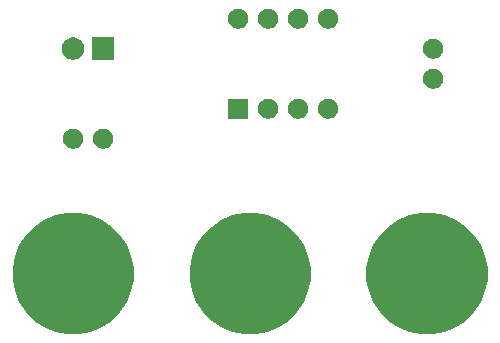
<source format=gbr>
G04 #@! TF.GenerationSoftware,KiCad,Pcbnew,(5.1.5)-2*
G04 #@! TF.CreationDate,2019-12-02T11:12:27+01:00*
G04 #@! TF.ProjectId,tutorial_1,7475746f-7269-4616-9c5f-312e6b696361,rev?*
G04 #@! TF.SameCoordinates,Original*
G04 #@! TF.FileFunction,Soldermask,Top*
G04 #@! TF.FilePolarity,Negative*
%FSLAX46Y46*%
G04 Gerber Fmt 4.6, Leading zero omitted, Abs format (unit mm)*
G04 Created by KiCad (PCBNEW (5.1.5)-2) date 2019-12-02 11:12:27*
%MOMM*%
%LPD*%
G04 APERTURE LIST*
%ADD10C,0.100000*%
G04 APERTURE END LIST*
D10*
G36*
X154161008Y-114347590D02*
G01*
X154656658Y-114446181D01*
X155590440Y-114832967D01*
X156430822Y-115394492D01*
X157145508Y-116109178D01*
X157707033Y-116949560D01*
X158093819Y-117883342D01*
X158291000Y-118874641D01*
X158291000Y-119885359D01*
X158093819Y-120876658D01*
X157707033Y-121810440D01*
X157145508Y-122650822D01*
X156430822Y-123365508D01*
X155590440Y-123927033D01*
X154656658Y-124313819D01*
X154161008Y-124412410D01*
X153665361Y-124511000D01*
X152654639Y-124511000D01*
X152158992Y-124412410D01*
X151663342Y-124313819D01*
X150729560Y-123927033D01*
X149889178Y-123365508D01*
X149174492Y-122650822D01*
X148612967Y-121810440D01*
X148226181Y-120876658D01*
X148029000Y-119885359D01*
X148029000Y-118874641D01*
X148226181Y-117883342D01*
X148612967Y-116949560D01*
X149174492Y-116109178D01*
X149889178Y-115394492D01*
X150729560Y-114832967D01*
X151663342Y-114446181D01*
X152158992Y-114347590D01*
X152654639Y-114249000D01*
X153665361Y-114249000D01*
X154161008Y-114347590D01*
G37*
G36*
X124191008Y-114347590D02*
G01*
X124686658Y-114446181D01*
X125620440Y-114832967D01*
X126460822Y-115394492D01*
X127175508Y-116109178D01*
X127737033Y-116949560D01*
X128123819Y-117883342D01*
X128321000Y-118874641D01*
X128321000Y-119885359D01*
X128123819Y-120876658D01*
X127737033Y-121810440D01*
X127175508Y-122650822D01*
X126460822Y-123365508D01*
X125620440Y-123927033D01*
X124686658Y-124313819D01*
X124191008Y-124412410D01*
X123695361Y-124511000D01*
X122684639Y-124511000D01*
X122188992Y-124412410D01*
X121693342Y-124313819D01*
X120759560Y-123927033D01*
X119919178Y-123365508D01*
X119204492Y-122650822D01*
X118642967Y-121810440D01*
X118256181Y-120876658D01*
X118059000Y-119885359D01*
X118059000Y-118874641D01*
X118256181Y-117883342D01*
X118642967Y-116949560D01*
X119204492Y-116109178D01*
X119919178Y-115394492D01*
X120759560Y-114832967D01*
X121693342Y-114446181D01*
X122188992Y-114347590D01*
X122684639Y-114249000D01*
X123695361Y-114249000D01*
X124191008Y-114347590D01*
G37*
G36*
X139181008Y-114347590D02*
G01*
X139676658Y-114446181D01*
X140610440Y-114832967D01*
X141450822Y-115394492D01*
X142165508Y-116109178D01*
X142727033Y-116949560D01*
X143113819Y-117883342D01*
X143311000Y-118874641D01*
X143311000Y-119885359D01*
X143113819Y-120876658D01*
X142727033Y-121810440D01*
X142165508Y-122650822D01*
X141450822Y-123365508D01*
X140610440Y-123927033D01*
X139676658Y-124313819D01*
X139181008Y-124412410D01*
X138685361Y-124511000D01*
X137674639Y-124511000D01*
X137178992Y-124412410D01*
X136683342Y-124313819D01*
X135749560Y-123927033D01*
X134909178Y-123365508D01*
X134194492Y-122650822D01*
X133632967Y-121810440D01*
X133246181Y-120876658D01*
X133049000Y-119885359D01*
X133049000Y-118874641D01*
X133246181Y-117883342D01*
X133632967Y-116949560D01*
X134194492Y-116109178D01*
X134909178Y-115394492D01*
X135749560Y-114832967D01*
X136683342Y-114446181D01*
X137178992Y-114347590D01*
X137674639Y-114249000D01*
X138685361Y-114249000D01*
X139181008Y-114347590D01*
G37*
G36*
X123438228Y-107131703D02*
G01*
X123593100Y-107195853D01*
X123732481Y-107288985D01*
X123851015Y-107407519D01*
X123944147Y-107546900D01*
X124008297Y-107701772D01*
X124041000Y-107866184D01*
X124041000Y-108033816D01*
X124008297Y-108198228D01*
X123944147Y-108353100D01*
X123851015Y-108492481D01*
X123732481Y-108611015D01*
X123593100Y-108704147D01*
X123438228Y-108768297D01*
X123273816Y-108801000D01*
X123106184Y-108801000D01*
X122941772Y-108768297D01*
X122786900Y-108704147D01*
X122647519Y-108611015D01*
X122528985Y-108492481D01*
X122435853Y-108353100D01*
X122371703Y-108198228D01*
X122339000Y-108033816D01*
X122339000Y-107866184D01*
X122371703Y-107701772D01*
X122435853Y-107546900D01*
X122528985Y-107407519D01*
X122647519Y-107288985D01*
X122786900Y-107195853D01*
X122941772Y-107131703D01*
X123106184Y-107099000D01*
X123273816Y-107099000D01*
X123438228Y-107131703D01*
G37*
G36*
X125978228Y-107131703D02*
G01*
X126133100Y-107195853D01*
X126272481Y-107288985D01*
X126391015Y-107407519D01*
X126484147Y-107546900D01*
X126548297Y-107701772D01*
X126581000Y-107866184D01*
X126581000Y-108033816D01*
X126548297Y-108198228D01*
X126484147Y-108353100D01*
X126391015Y-108492481D01*
X126272481Y-108611015D01*
X126133100Y-108704147D01*
X125978228Y-108768297D01*
X125813816Y-108801000D01*
X125646184Y-108801000D01*
X125481772Y-108768297D01*
X125326900Y-108704147D01*
X125187519Y-108611015D01*
X125068985Y-108492481D01*
X124975853Y-108353100D01*
X124911703Y-108198228D01*
X124879000Y-108033816D01*
X124879000Y-107866184D01*
X124911703Y-107701772D01*
X124975853Y-107546900D01*
X125068985Y-107407519D01*
X125187519Y-107288985D01*
X125326900Y-107195853D01*
X125481772Y-107131703D01*
X125646184Y-107099000D01*
X125813816Y-107099000D01*
X125978228Y-107131703D01*
G37*
G36*
X138011000Y-106261000D02*
G01*
X136309000Y-106261000D01*
X136309000Y-104559000D01*
X138011000Y-104559000D01*
X138011000Y-106261000D01*
G37*
G36*
X139948228Y-104591703D02*
G01*
X140103100Y-104655853D01*
X140242481Y-104748985D01*
X140361015Y-104867519D01*
X140454147Y-105006900D01*
X140518297Y-105161772D01*
X140551000Y-105326184D01*
X140551000Y-105493816D01*
X140518297Y-105658228D01*
X140454147Y-105813100D01*
X140361015Y-105952481D01*
X140242481Y-106071015D01*
X140103100Y-106164147D01*
X139948228Y-106228297D01*
X139783816Y-106261000D01*
X139616184Y-106261000D01*
X139451772Y-106228297D01*
X139296900Y-106164147D01*
X139157519Y-106071015D01*
X139038985Y-105952481D01*
X138945853Y-105813100D01*
X138881703Y-105658228D01*
X138849000Y-105493816D01*
X138849000Y-105326184D01*
X138881703Y-105161772D01*
X138945853Y-105006900D01*
X139038985Y-104867519D01*
X139157519Y-104748985D01*
X139296900Y-104655853D01*
X139451772Y-104591703D01*
X139616184Y-104559000D01*
X139783816Y-104559000D01*
X139948228Y-104591703D01*
G37*
G36*
X142488228Y-104591703D02*
G01*
X142643100Y-104655853D01*
X142782481Y-104748985D01*
X142901015Y-104867519D01*
X142994147Y-105006900D01*
X143058297Y-105161772D01*
X143091000Y-105326184D01*
X143091000Y-105493816D01*
X143058297Y-105658228D01*
X142994147Y-105813100D01*
X142901015Y-105952481D01*
X142782481Y-106071015D01*
X142643100Y-106164147D01*
X142488228Y-106228297D01*
X142323816Y-106261000D01*
X142156184Y-106261000D01*
X141991772Y-106228297D01*
X141836900Y-106164147D01*
X141697519Y-106071015D01*
X141578985Y-105952481D01*
X141485853Y-105813100D01*
X141421703Y-105658228D01*
X141389000Y-105493816D01*
X141389000Y-105326184D01*
X141421703Y-105161772D01*
X141485853Y-105006900D01*
X141578985Y-104867519D01*
X141697519Y-104748985D01*
X141836900Y-104655853D01*
X141991772Y-104591703D01*
X142156184Y-104559000D01*
X142323816Y-104559000D01*
X142488228Y-104591703D01*
G37*
G36*
X145028228Y-104591703D02*
G01*
X145183100Y-104655853D01*
X145322481Y-104748985D01*
X145441015Y-104867519D01*
X145534147Y-105006900D01*
X145598297Y-105161772D01*
X145631000Y-105326184D01*
X145631000Y-105493816D01*
X145598297Y-105658228D01*
X145534147Y-105813100D01*
X145441015Y-105952481D01*
X145322481Y-106071015D01*
X145183100Y-106164147D01*
X145028228Y-106228297D01*
X144863816Y-106261000D01*
X144696184Y-106261000D01*
X144531772Y-106228297D01*
X144376900Y-106164147D01*
X144237519Y-106071015D01*
X144118985Y-105952481D01*
X144025853Y-105813100D01*
X143961703Y-105658228D01*
X143929000Y-105493816D01*
X143929000Y-105326184D01*
X143961703Y-105161772D01*
X144025853Y-105006900D01*
X144118985Y-104867519D01*
X144237519Y-104748985D01*
X144376900Y-104655853D01*
X144531772Y-104591703D01*
X144696184Y-104559000D01*
X144863816Y-104559000D01*
X145028228Y-104591703D01*
G37*
G36*
X153918228Y-102051703D02*
G01*
X154073100Y-102115853D01*
X154212481Y-102208985D01*
X154331015Y-102327519D01*
X154424147Y-102466900D01*
X154488297Y-102621772D01*
X154521000Y-102786184D01*
X154521000Y-102953816D01*
X154488297Y-103118228D01*
X154424147Y-103273100D01*
X154331015Y-103412481D01*
X154212481Y-103531015D01*
X154073100Y-103624147D01*
X153918228Y-103688297D01*
X153753816Y-103721000D01*
X153586184Y-103721000D01*
X153421772Y-103688297D01*
X153266900Y-103624147D01*
X153127519Y-103531015D01*
X153008985Y-103412481D01*
X152915853Y-103273100D01*
X152851703Y-103118228D01*
X152819000Y-102953816D01*
X152819000Y-102786184D01*
X152851703Y-102621772D01*
X152915853Y-102466900D01*
X153008985Y-102327519D01*
X153127519Y-102208985D01*
X153266900Y-102115853D01*
X153421772Y-102051703D01*
X153586184Y-102019000D01*
X153753816Y-102019000D01*
X153918228Y-102051703D01*
G37*
G36*
X126681000Y-101281000D02*
G01*
X124779000Y-101281000D01*
X124779000Y-99379000D01*
X126681000Y-99379000D01*
X126681000Y-101281000D01*
G37*
G36*
X123467395Y-99415546D02*
G01*
X123640466Y-99487234D01*
X123640467Y-99487235D01*
X123796227Y-99591310D01*
X123928690Y-99723773D01*
X123971284Y-99787520D01*
X124032766Y-99879534D01*
X124104454Y-100052605D01*
X124141000Y-100236333D01*
X124141000Y-100423667D01*
X124104454Y-100607395D01*
X124032766Y-100780466D01*
X124032765Y-100780467D01*
X123928690Y-100936227D01*
X123796227Y-101068690D01*
X123773092Y-101084148D01*
X123640466Y-101172766D01*
X123467395Y-101244454D01*
X123283667Y-101281000D01*
X123096333Y-101281000D01*
X122912605Y-101244454D01*
X122739534Y-101172766D01*
X122606908Y-101084148D01*
X122583773Y-101068690D01*
X122451310Y-100936227D01*
X122347235Y-100780467D01*
X122347234Y-100780466D01*
X122275546Y-100607395D01*
X122239000Y-100423667D01*
X122239000Y-100236333D01*
X122275546Y-100052605D01*
X122347234Y-99879534D01*
X122408716Y-99787520D01*
X122451310Y-99723773D01*
X122583773Y-99591310D01*
X122739533Y-99487235D01*
X122739534Y-99487234D01*
X122912605Y-99415546D01*
X123096333Y-99379000D01*
X123283667Y-99379000D01*
X123467395Y-99415546D01*
G37*
G36*
X153918228Y-99511703D02*
G01*
X154073100Y-99575853D01*
X154212481Y-99668985D01*
X154331015Y-99787519D01*
X154424147Y-99926900D01*
X154488297Y-100081772D01*
X154521000Y-100246184D01*
X154521000Y-100413816D01*
X154488297Y-100578228D01*
X154424147Y-100733100D01*
X154331015Y-100872481D01*
X154212481Y-100991015D01*
X154073100Y-101084147D01*
X153918228Y-101148297D01*
X153753816Y-101181000D01*
X153586184Y-101181000D01*
X153421772Y-101148297D01*
X153266900Y-101084147D01*
X153127519Y-100991015D01*
X153008985Y-100872481D01*
X152915853Y-100733100D01*
X152851703Y-100578228D01*
X152819000Y-100413816D01*
X152819000Y-100246184D01*
X152851703Y-100081772D01*
X152915853Y-99926900D01*
X153008985Y-99787519D01*
X153127519Y-99668985D01*
X153266900Y-99575853D01*
X153421772Y-99511703D01*
X153586184Y-99479000D01*
X153753816Y-99479000D01*
X153918228Y-99511703D01*
G37*
G36*
X137408228Y-96971703D02*
G01*
X137563100Y-97035853D01*
X137702481Y-97128985D01*
X137821015Y-97247519D01*
X137914147Y-97386900D01*
X137978297Y-97541772D01*
X138011000Y-97706184D01*
X138011000Y-97873816D01*
X137978297Y-98038228D01*
X137914147Y-98193100D01*
X137821015Y-98332481D01*
X137702481Y-98451015D01*
X137563100Y-98544147D01*
X137408228Y-98608297D01*
X137243816Y-98641000D01*
X137076184Y-98641000D01*
X136911772Y-98608297D01*
X136756900Y-98544147D01*
X136617519Y-98451015D01*
X136498985Y-98332481D01*
X136405853Y-98193100D01*
X136341703Y-98038228D01*
X136309000Y-97873816D01*
X136309000Y-97706184D01*
X136341703Y-97541772D01*
X136405853Y-97386900D01*
X136498985Y-97247519D01*
X136617519Y-97128985D01*
X136756900Y-97035853D01*
X136911772Y-96971703D01*
X137076184Y-96939000D01*
X137243816Y-96939000D01*
X137408228Y-96971703D01*
G37*
G36*
X139948228Y-96971703D02*
G01*
X140103100Y-97035853D01*
X140242481Y-97128985D01*
X140361015Y-97247519D01*
X140454147Y-97386900D01*
X140518297Y-97541772D01*
X140551000Y-97706184D01*
X140551000Y-97873816D01*
X140518297Y-98038228D01*
X140454147Y-98193100D01*
X140361015Y-98332481D01*
X140242481Y-98451015D01*
X140103100Y-98544147D01*
X139948228Y-98608297D01*
X139783816Y-98641000D01*
X139616184Y-98641000D01*
X139451772Y-98608297D01*
X139296900Y-98544147D01*
X139157519Y-98451015D01*
X139038985Y-98332481D01*
X138945853Y-98193100D01*
X138881703Y-98038228D01*
X138849000Y-97873816D01*
X138849000Y-97706184D01*
X138881703Y-97541772D01*
X138945853Y-97386900D01*
X139038985Y-97247519D01*
X139157519Y-97128985D01*
X139296900Y-97035853D01*
X139451772Y-96971703D01*
X139616184Y-96939000D01*
X139783816Y-96939000D01*
X139948228Y-96971703D01*
G37*
G36*
X142488228Y-96971703D02*
G01*
X142643100Y-97035853D01*
X142782481Y-97128985D01*
X142901015Y-97247519D01*
X142994147Y-97386900D01*
X143058297Y-97541772D01*
X143091000Y-97706184D01*
X143091000Y-97873816D01*
X143058297Y-98038228D01*
X142994147Y-98193100D01*
X142901015Y-98332481D01*
X142782481Y-98451015D01*
X142643100Y-98544147D01*
X142488228Y-98608297D01*
X142323816Y-98641000D01*
X142156184Y-98641000D01*
X141991772Y-98608297D01*
X141836900Y-98544147D01*
X141697519Y-98451015D01*
X141578985Y-98332481D01*
X141485853Y-98193100D01*
X141421703Y-98038228D01*
X141389000Y-97873816D01*
X141389000Y-97706184D01*
X141421703Y-97541772D01*
X141485853Y-97386900D01*
X141578985Y-97247519D01*
X141697519Y-97128985D01*
X141836900Y-97035853D01*
X141991772Y-96971703D01*
X142156184Y-96939000D01*
X142323816Y-96939000D01*
X142488228Y-96971703D01*
G37*
G36*
X145028228Y-96971703D02*
G01*
X145183100Y-97035853D01*
X145322481Y-97128985D01*
X145441015Y-97247519D01*
X145534147Y-97386900D01*
X145598297Y-97541772D01*
X145631000Y-97706184D01*
X145631000Y-97873816D01*
X145598297Y-98038228D01*
X145534147Y-98193100D01*
X145441015Y-98332481D01*
X145322481Y-98451015D01*
X145183100Y-98544147D01*
X145028228Y-98608297D01*
X144863816Y-98641000D01*
X144696184Y-98641000D01*
X144531772Y-98608297D01*
X144376900Y-98544147D01*
X144237519Y-98451015D01*
X144118985Y-98332481D01*
X144025853Y-98193100D01*
X143961703Y-98038228D01*
X143929000Y-97873816D01*
X143929000Y-97706184D01*
X143961703Y-97541772D01*
X144025853Y-97386900D01*
X144118985Y-97247519D01*
X144237519Y-97128985D01*
X144376900Y-97035853D01*
X144531772Y-96971703D01*
X144696184Y-96939000D01*
X144863816Y-96939000D01*
X145028228Y-96971703D01*
G37*
M02*

</source>
